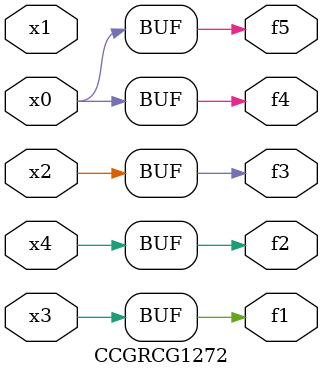
<source format=v>
module CCGRCG1272(
	input x0, x1, x2, x3, x4,
	output f1, f2, f3, f4, f5
);
	assign f1 = x3;
	assign f2 = x4;
	assign f3 = x2;
	assign f4 = x0;
	assign f5 = x0;
endmodule

</source>
